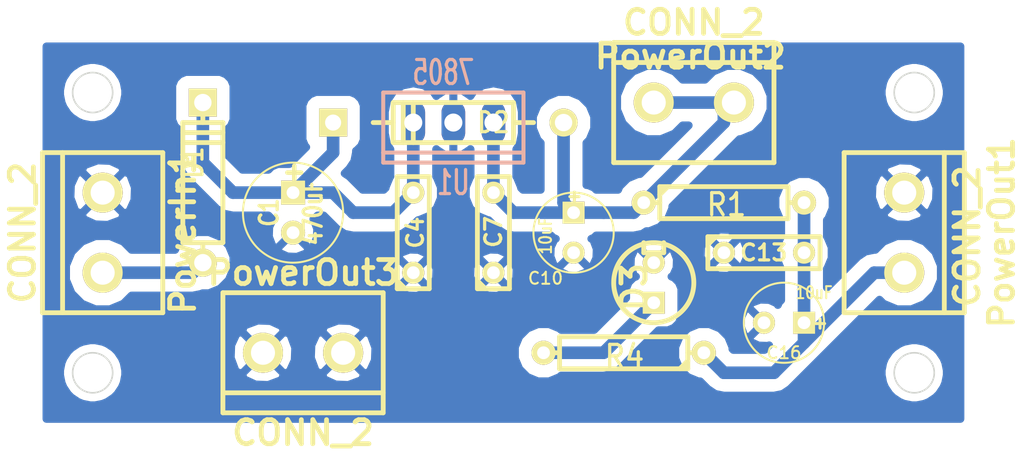
<source format=kicad_pcb>
(kicad_pcb (version 3) (host pcbnew "(22-Jun-2014 BZR 4027)-stable")

  (general
    (links 27)
    (no_connects 0)
    (area 78.2956 29.4006 143.7766 58.8644)
    (thickness 1.6)
    (drawings 4)
    (tracks 35)
    (zones 0)
    (modules 16)
    (nets 7)
  )

  (page A3)
  (layers
    (15 F.Cu signal)
    (0 B.Cu signal)
    (17 F.Adhes user)
    (19 F.Paste user)
    (21 F.SilkS user)
    (23 F.Mask user)
    (28 Edge.Cuts user)
  )

  (setup
    (last_trace_width 0.8)
    (trace_clearance 0.8)
    (zone_clearance 0.508)
    (zone_45_only no)
    (trace_min 0.254)
    (segment_width 0.2)
    (edge_width 0.1)
    (via_size 0.889)
    (via_drill 0.635)
    (via_min_size 0.889)
    (via_min_drill 0.508)
    (uvia_size 0.508)
    (uvia_drill 0.127)
    (uvias_allowed no)
    (uvia_min_size 0.508)
    (uvia_min_drill 0.127)
    (pcb_text_width 0.3)
    (pcb_text_size 1.5 1.5)
    (mod_edge_width 0.15)
    (mod_text_size 1 1)
    (mod_text_width 0.15)
    (pad_size 2.54 2.54)
    (pad_drill 1.524)
    (pad_to_mask_clearance 0.2)
    (solder_mask_min_width 0.3)
    (aux_axis_origin 0 0)
    (visible_elements FFFFFFBF)
    (pcbplotparams
      (layerselection 10485761)
      (usegerberextensions false)
      (excludeedgelayer false)
      (linewidth 0.150000)
      (plotframeref false)
      (viasonmask false)
      (mode 1)
      (useauxorigin false)
      (hpglpennumber 1)
      (hpglpenspeed 20)
      (hpglpendiameter 15)
      (hpglpenoverlay 2)
      (psnegative false)
      (psa4output false)
      (plotreference true)
      (plotvalue true)
      (plotothertext true)
      (plotinvisibletext false)
      (padsonsilk false)
      (subtractmaskfromsilk false)
      (outputformat 1)
      (mirror false)
      (drillshape 0)
      (scaleselection 1)
      (outputdirectory output/))
  )

  (net 0 "")
  (net 1 /AVCC)
  (net 2 /VDC)
  (net 3 AGND)
  (net 4 N-000004)
  (net 5 N-000005)
  (net 6 N-000006)

  (net_class Default "This is the default net class."
    (clearance 0.8)
    (trace_width 0.8)
    (via_dia 0.889)
    (via_drill 0.635)
    (uvia_dia 0.508)
    (uvia_drill 0.127)
    (add_net "")
    (add_net /AVCC)
    (add_net /VDC)
    (add_net AGND)
    (add_net N-000004)
    (add_net N-000005)
    (add_net N-000006)
  )

  (net_class i2c ""
    (clearance 0.5)
    (trace_width 0.5)
    (via_dia 0.889)
    (via_drill 0.635)
    (uvia_dia 0.508)
    (uvia_drill 0.127)
  )

  (module bornier2 (layer F.Cu) (tedit 5592B169) (tstamp 54774D19)
    (at 135.89 44.45 90)
    (descr "Bornier d'alimentation 2 pins")
    (tags DEV)
    (path /547747D9)
    (fp_text reference PowerOut1 (at 0 6.1722 90) (layer F.SilkS)
      (effects (font (size 1.524 1.524) (thickness 0.3048)))
    )
    (fp_text value CONN_2 (at -0.2286 3.9878 90) (layer F.SilkS)
      (effects (font (size 1.524 1.524) (thickness 0.3048)))
    )
    (fp_line (start 5.08 2.54) (end -5.08 2.54) (layer F.SilkS) (width 0.3048))
    (fp_line (start 5.08 3.81) (end 5.08 -3.81) (layer F.SilkS) (width 0.3048))
    (fp_line (start 5.08 -3.81) (end -5.08 -3.81) (layer F.SilkS) (width 0.3048))
    (fp_line (start -5.08 -3.81) (end -5.08 3.81) (layer F.SilkS) (width 0.3048))
    (fp_line (start -5.08 3.81) (end 5.08 3.81) (layer F.SilkS) (width 0.3048))
    (pad 1 thru_hole circle (at -2.54 0 90) (size 2.54 2.54) (drill 1.524)
      (layers *.Cu *.Mask F.SilkS)
      (net 4 N-000004)
    )
    (pad 2 thru_hole circle (at 2.54 0 90) (size 2.54 2.54) (drill 1.524)
      (layers *.Cu *.Mask F.SilkS)
      (net 3 AGND)
    )
    (model device/bornier_2.wrl
      (at (xyz 0 0 0))
      (scale (xyz 1 1 1))
      (rotate (xyz 0 0 0))
    )
  )

  (module C1V7 (layer F.Cu) (tedit 5477C75E) (tstamp 5391F82E)
    (at 97.155 43.18 270)
    (path /5477349B)
    (fp_text reference C1 (at 0 1.524 270) (layer F.SilkS)
      (effects (font (size 1.143 0.889) (thickness 0.2032)))
    )
    (fp_text value 470uF (at 0 -1.27 270) (layer F.SilkS)
      (effects (font (size 1.143 0.889) (thickness 0.2032)))
    )
    (fp_text user + (at -2.54 0 270) (layer F.SilkS)
      (effects (font (size 1.143 1.143) (thickness 0.3048)))
    )
    (fp_circle (center 0 0) (end 3.175 0) (layer F.SilkS) (width 0.127))
    (pad 1 thru_hole rect (at -1.27 0 270) (size 1.524 1.524) (drill 0.8128)
      (layers *.Cu *.Mask F.SilkS)
      (net 5 N-000005)
    )
    (pad 2 thru_hole circle (at 1.27 0 270) (size 1.524 1.524) (drill 0.8128)
      (layers *.Cu *.Mask F.SilkS)
      (net 3 AGND)
    )
    (model discret/c_vert_c1v7.wrl
      (at (xyz 0 0 0))
      (scale (xyz 1 1 1))
      (rotate (xyz 0 0 0))
    )
  )

  (module D4 (layer F.Cu) (tedit 558D569B) (tstamp 5391F770)
    (at 91.44 41.275 90)
    (descr "Diode 4 pas")
    (tags "DIODE DEV")
    (path /5477293E)
    (fp_text reference D1 (at 1.27 -0.635 90) (layer F.SilkS)
      (effects (font (size 1.27 1.016) (thickness 0.2032)))
    )
    (fp_text value DIODE (at 0 0 90) (layer F.SilkS) hide
      (effects (font (size 1.27 1.016) (thickness 0.2032)))
    )
    (fp_line (start -3.81 -1.27) (end 3.81 -1.27) (layer F.SilkS) (width 0.3048))
    (fp_line (start 3.81 -1.27) (end 3.81 1.27) (layer F.SilkS) (width 0.3048))
    (fp_line (start 3.81 1.27) (end -3.81 1.27) (layer F.SilkS) (width 0.3048))
    (fp_line (start -3.81 1.27) (end -3.81 -1.27) (layer F.SilkS) (width 0.3048))
    (fp_line (start 3.175 -1.27) (end 3.175 1.27) (layer F.SilkS) (width 0.3048))
    (fp_line (start 2.54 1.27) (end 2.54 -1.27) (layer F.SilkS) (width 0.3048))
    (fp_line (start -3.81 0) (end -5.08 0) (layer F.SilkS) (width 0.3048))
    (fp_line (start 3.81 0) (end 5.08 0) (layer F.SilkS) (width 0.3048))
    (pad 1 thru_hole circle (at -5.08 0 90) (size 1.778 1.778) (drill 1.1)
      (layers *.Cu *.Mask F.SilkS)
      (net 2 /VDC)
    )
    (pad 2 thru_hole rect (at 5.08 0 90) (size 1.778 1.778) (drill 1.1)
      (layers *.Cu *.Mask F.SilkS)
      (net 5 N-000005)
    )
    (model discret/diode.wrl
      (at (xyz 0 0 0))
      (scale (xyz 0.4 0.4 0.4))
      (rotate (xyz 0 0 0))
    )
  )

  (module D4 (layer F.Cu) (tedit 5486278E) (tstamp 54793325)
    (at 107.315 37.465 180)
    (descr "Diode 4 pas")
    (tags "DIODE DEV")
    (path /5477284F)
    (fp_text reference D2 (at -2.54 0 180) (layer F.SilkS)
      (effects (font (size 1.27 1.016) (thickness 0.2032)))
    )
    (fp_text value DIODE (at 0 0 180) (layer F.SilkS) hide
      (effects (font (size 1.27 1.016) (thickness 0.2032)))
    )
    (fp_line (start -3.81 -1.27) (end 3.81 -1.27) (layer F.SilkS) (width 0.3048))
    (fp_line (start 3.81 -1.27) (end 3.81 1.27) (layer F.SilkS) (width 0.3048))
    (fp_line (start 3.81 1.27) (end -3.81 1.27) (layer F.SilkS) (width 0.3048))
    (fp_line (start -3.81 1.27) (end -3.81 -1.27) (layer F.SilkS) (width 0.3048))
    (fp_line (start 3.175 -1.27) (end 3.175 1.27) (layer F.SilkS) (width 0.3048))
    (fp_line (start 2.54 1.27) (end 2.54 -1.27) (layer F.SilkS) (width 0.3048))
    (fp_line (start -3.81 0) (end -5.08 0) (layer F.SilkS) (width 0.3048))
    (fp_line (start 3.81 0) (end 5.08 0) (layer F.SilkS) (width 0.3048))
    (pad 1 thru_hole circle (at -6.985 0 180) (size 1.778 1.778) (drill 1.1)
      (layers *.Cu *.Mask F.SilkS)
      (net 1 /AVCC)
    )
    (pad 2 thru_hole rect (at 7.62 0 180) (size 1.778 1.778) (drill 1.016)
      (layers *.Cu *.Mask F.SilkS)
      (net 5 N-000005)
    )
    (model discret/diode.wrl
      (at (xyz 0 0 0))
      (scale (xyz 0.4 0.4 0.4))
      (rotate (xyz 0 0 0))
    )
  )

  (module bornier2 (layer F.Cu) (tedit 558D6D8E) (tstamp 547936B0)
    (at 85.09 44.45 270)
    (descr "Bornier d'alimentation 2 pins")
    (tags DEV)
    (path /5477349A)
    (fp_text reference PowerIn1 (at 0 -5.08 270) (layer F.SilkS)
      (effects (font (size 1.524 1.524) (thickness 0.3048)))
    )
    (fp_text value CONN_2 (at 0 5.08 270) (layer F.SilkS)
      (effects (font (size 1.524 1.524) (thickness 0.3048)))
    )
    (fp_line (start 5.08 2.54) (end -5.08 2.54) (layer F.SilkS) (width 0.3048))
    (fp_line (start 5.08 3.81) (end 5.08 -3.81) (layer F.SilkS) (width 0.3048))
    (fp_line (start 5.08 -3.81) (end -5.08 -3.81) (layer F.SilkS) (width 0.3048))
    (fp_line (start -5.08 -3.81) (end -5.08 3.81) (layer F.SilkS) (width 0.3048))
    (fp_line (start -5.08 3.81) (end 5.08 3.81) (layer F.SilkS) (width 0.3048))
    (pad 1 thru_hole circle (at -2.54 0 270) (size 2.54 2.54) (drill 1.524)
      (layers *.Cu *.Mask F.SilkS)
      (net 3 AGND)
    )
    (pad 2 thru_hole circle (at 2.54 0 270) (size 2.54 2.54) (drill 1.524)
      (layers *.Cu *.Mask F.SilkS)
      (net 2 /VDC)
    )
    (model device/bornier_2.wrl
      (at (xyz 0 0 0))
      (scale (xyz 1 1 1))
      (rotate (xyz 0 0 0))
    )
  )

  (module LEDV (layer F.Cu) (tedit 5592B14C) (tstamp 5477273B)
    (at 120.015 47.625 90)
    (descr "Led verticale diam 6mm")
    (tags "LED DEV")
    (path /54773479)
    (fp_text reference D3 (at -0.2794 -1.2446 90) (layer F.SilkS)
      (effects (font (size 1.524 1.524) (thickness 0.3048)))
    )
    (fp_text value LED (at 0 -3.81 90) (layer F.SilkS) hide
      (effects (font (size 1.524 1.524) (thickness 0.3048)))
    )
    (fp_circle (center 0 0) (end -2.54 0) (layer F.SilkS) (width 0.3048))
    (fp_line (start 2.54 -0.635) (end 1.905 -0.635) (layer F.SilkS) (width 0.3048))
    (fp_line (start 1.905 -0.635) (end 1.905 0.635) (layer F.SilkS) (width 0.3048))
    (fp_line (start 1.905 0.635) (end 2.54 0.635) (layer F.SilkS) (width 0.3048))
    (pad 1 thru_hole rect (at -1.27 0 90) (size 1.397 1.397) (drill 0.8128)
      (layers *.Cu *.Mask F.SilkS)
      (net 6 N-000006)
    )
    (pad 2 thru_hole circle (at 1.27 0 90) (size 1.397 1.397) (drill 0.8128)
      (layers *.Cu *.Mask F.SilkS)
      (net 3 AGND)
    )
    (model discret/led5_vertical.wrl
      (at (xyz 0 0 0))
      (scale (xyz 1 1 1))
      (rotate (xyz 0 0 0))
    )
  )

  (module LM78XXV (layer B.Cu) (tedit 558D52EB) (tstamp 54790B00)
    (at 107.315 37.465 270)
    (descr "Regulateur TO220 serie LM78xx")
    (tags "TR TO220")
    (path /5477349D)
    (fp_text reference U1 (at 3.81 0 540) (layer B.SilkS)
      (effects (font (size 1.524 1.016) (thickness 0.2032)) (justify mirror))
    )
    (fp_text value 7805 (at -3.175 0.635 540) (layer B.SilkS)
      (effects (font (size 1.524 1.016) (thickness 0.2032)) (justify mirror))
    )
    (fp_line (start 1.905 4.445) (end 2.54 4.445) (layer B.SilkS) (width 0.254))
    (fp_line (start 2.54 4.445) (end 2.54 -4.445) (layer B.SilkS) (width 0.254))
    (fp_line (start 2.54 -4.445) (end 1.905 -4.445) (layer B.SilkS) (width 0.254))
    (fp_line (start -1.905 4.445) (end 1.905 4.445) (layer B.SilkS) (width 0.254))
    (fp_line (start 1.905 4.445) (end 1.905 -4.445) (layer B.SilkS) (width 0.254))
    (fp_line (start 1.905 -4.445) (end -1.905 -4.445) (layer B.SilkS) (width 0.254))
    (fp_line (start -1.905 -4.445) (end -1.905 4.445) (layer B.SilkS) (width 0.254))
    (pad VI thru_hole oval (at 0 2.54 270) (size 2.778 1.5) (drill 1.143)
      (layers *.Cu *.Mask)
      (net 5 N-000005)
    )
    (pad GND thru_hole oval (at 0 0 270) (size 2.778 1.5) (drill 1.143)
      (layers *.Cu *.Mask)
      (net 3 AGND)
    )
    (pad VO thru_hole oval (at 0 -2.54 270) (size 2.778 1.5) (drill 1.143)
      (layers *.Cu *.Mask)
      (net 1 /AVCC)
    )
  )

  (module C1V5 (layer F.Cu) (tedit 5592B149) (tstamp 5479332E)
    (at 114.935 44.45 270)
    (descr "Condensateur e = 1 pas")
    (tags C)
    (path /547734A1)
    (fp_text reference C10 (at 2.8956 1.778 360) (layer F.SilkS)
      (effects (font (size 0.762 0.762) (thickness 0.127)))
    )
    (fp_text value 10uF (at 0.2032 1.778 270) (layer F.SilkS)
      (effects (font (size 0.762 0.635) (thickness 0.127)))
    )
    (fp_text user + (at -2.286 0 270) (layer F.SilkS)
      (effects (font (size 0.762 0.762) (thickness 0.2032)))
    )
    (fp_circle (center 0 0) (end 0.127 -2.54) (layer F.SilkS) (width 0.127))
    (pad 1 thru_hole rect (at -1.27 0 270) (size 1.397 1.397) (drill 0.8128)
      (layers *.Cu *.Mask F.SilkS)
      (net 1 /AVCC)
    )
    (pad 2 thru_hole circle (at 1.27 0 270) (size 1.397 1.397) (drill 0.8128)
      (layers *.Cu *.Mask F.SilkS)
      (net 3 AGND)
    )
    (model discret/c_vert_c1v5.wrl
      (at (xyz 0 0 0))
      (scale (xyz 1 1 1))
      (rotate (xyz 0 0 0))
    )
  )

  (module C1V5 (layer F.Cu) (tedit 558D55EF) (tstamp 5391F7C0)
    (at 128.27 50.165 180)
    (descr "Condensateur e = 1 pas")
    (tags C)
    (path /5477349F)
    (fp_text reference C16 (at 0 -1.905 180) (layer F.SilkS)
      (effects (font (size 0.762 0.762) (thickness 0.127)))
    )
    (fp_text value 10uF (at -1.905 1.905 180) (layer F.SilkS)
      (effects (font (size 0.762 0.635) (thickness 0.127)))
    )
    (fp_text user + (at -2.286 0 180) (layer F.SilkS)
      (effects (font (size 0.762 0.762) (thickness 0.2032)))
    )
    (fp_circle (center 0 0) (end 0.127 -2.54) (layer F.SilkS) (width 0.127))
    (pad 1 thru_hole rect (at -1.27 0 180) (size 1.397 1.397) (drill 0.8128)
      (layers *.Cu *.Mask F.SilkS)
      (net 4 N-000004)
    )
    (pad 2 thru_hole circle (at 1.27 0 180) (size 1.397 1.397) (drill 0.8128)
      (layers *.Cu *.Mask F.SilkS)
      (net 3 AGND)
    )
    (model discret/c_vert_c1v5.wrl
      (at (xyz 0 0 0))
      (scale (xyz 1 1 1))
      (rotate (xyz 0 0 0))
    )
  )

  (module R4 (layer F.Cu) (tedit 5592B14E) (tstamp 5391FAD5)
    (at 118.11 52.07 180)
    (descr "Resitance 4 pas")
    (tags R)
    (path /54773478)
    (autoplace_cost180 10)
    (fp_text reference R4 (at -0.0508 -0.2286 180) (layer F.SilkS)
      (effects (font (size 1.397 1.27) (thickness 0.2032)))
    )
    (fp_text value 680R (at 0 0 180) (layer F.SilkS) hide
      (effects (font (size 1.397 1.27) (thickness 0.2032)))
    )
    (fp_line (start -5.08 0) (end -4.064 0) (layer F.SilkS) (width 0.3048))
    (fp_line (start -4.064 0) (end -4.064 -1.016) (layer F.SilkS) (width 0.3048))
    (fp_line (start -4.064 -1.016) (end 4.064 -1.016) (layer F.SilkS) (width 0.3048))
    (fp_line (start 4.064 -1.016) (end 4.064 1.016) (layer F.SilkS) (width 0.3048))
    (fp_line (start 4.064 1.016) (end -4.064 1.016) (layer F.SilkS) (width 0.3048))
    (fp_line (start -4.064 1.016) (end -4.064 0) (layer F.SilkS) (width 0.3048))
    (fp_line (start -4.064 -0.508) (end -3.556 -1.016) (layer F.SilkS) (width 0.3048))
    (fp_line (start 5.08 0) (end 4.064 0) (layer F.SilkS) (width 0.3048))
    (pad 1 thru_hole circle (at -5.08 0 180) (size 1.524 1.524) (drill 0.8128)
      (layers *.Cu *.Mask F.SilkS)
      (net 4 N-000004)
    )
    (pad 2 thru_hole circle (at 5.08 0 180) (size 1.524 1.524) (drill 0.8128)
      (layers *.Cu *.Mask F.SilkS)
      (net 6 N-000006)
    )
    (model discret/resistor.wrl
      (at (xyz 0 0 0))
      (scale (xyz 0.4 0.4 0.4))
      (rotate (xyz 0 0 0))
    )
  )

  (module R4 (layer F.Cu) (tedit 5592B184) (tstamp 5391F708)
    (at 124.46 42.545)
    (descr "Resitance 4 pas")
    (tags R)
    (path /54772B42)
    (autoplace_cost180 10)
    (fp_text reference R1 (at 0.1651 0.127) (layer F.SilkS)
      (effects (font (size 1.397 1.27) (thickness 0.2032)))
    )
    (fp_text value FB (at 0 0) (layer F.SilkS) hide
      (effects (font (size 1.397 1.27) (thickness 0.2032)))
    )
    (fp_line (start -5.08 0) (end -4.064 0) (layer F.SilkS) (width 0.3048))
    (fp_line (start -4.064 0) (end -4.064 -1.016) (layer F.SilkS) (width 0.3048))
    (fp_line (start -4.064 -1.016) (end 4.064 -1.016) (layer F.SilkS) (width 0.3048))
    (fp_line (start 4.064 -1.016) (end 4.064 1.016) (layer F.SilkS) (width 0.3048))
    (fp_line (start 4.064 1.016) (end -4.064 1.016) (layer F.SilkS) (width 0.3048))
    (fp_line (start -4.064 1.016) (end -4.064 0) (layer F.SilkS) (width 0.3048))
    (fp_line (start -4.064 -0.508) (end -3.556 -1.016) (layer F.SilkS) (width 0.3048))
    (fp_line (start 5.08 0) (end 4.064 0) (layer F.SilkS) (width 0.3048))
    (pad 1 thru_hole circle (at -5.08 0) (size 1.524 1.524) (drill 0.8128)
      (layers *.Cu *.Mask F.SilkS)
      (net 1 /AVCC)
    )
    (pad 2 thru_hole circle (at 5.08 0) (size 1.524 1.524) (drill 0.8128)
      (layers *.Cu *.Mask F.SilkS)
      (net 4 N-000004)
    )
    (model discret/resistor.wrl
      (at (xyz 0 0 0))
      (scale (xyz 0.4 0.4 0.4))
      (rotate (xyz 0 0 0))
    )
  )

  (module C2 (layer F.Cu) (tedit 5592B144) (tstamp 5479330A)
    (at 109.855 44.45 90)
    (descr "Condensateur = 2 pas")
    (tags C)
    (path /547734A2)
    (fp_text reference C7 (at 0.0508 0 90) (layer F.SilkS)
      (effects (font (size 1.016 1.016) (thickness 0.2032)))
    )
    (fp_text value 100nF (at 0 0 90) (layer F.SilkS) hide
      (effects (font (size 1.016 1.016) (thickness 0.2032)))
    )
    (fp_line (start -3.556 -1.016) (end 3.556 -1.016) (layer F.SilkS) (width 0.3048))
    (fp_line (start 3.556 -1.016) (end 3.556 1.016) (layer F.SilkS) (width 0.3048))
    (fp_line (start 3.556 1.016) (end -3.556 1.016) (layer F.SilkS) (width 0.3048))
    (fp_line (start -3.556 1.016) (end -3.556 -1.016) (layer F.SilkS) (width 0.3048))
    (fp_line (start -3.556 -0.508) (end -3.048 -1.016) (layer F.SilkS) (width 0.3048))
    (pad 1 thru_hole circle (at -2.54 0 90) (size 1.397 1.397) (drill 0.8128)
      (layers *.Cu *.Mask F.SilkS)
      (net 3 AGND)
    )
    (pad 2 thru_hole circle (at 2.54 0 90) (size 1.397 1.397) (drill 0.8128)
      (layers *.Cu *.Mask F.SilkS)
      (net 1 /AVCC)
    )
    (model discret/capa_2pas_5x5mm.wrl
      (at (xyz 0 0 0))
      (scale (xyz 1 1 1))
      (rotate (xyz 0 0 0))
    )
  )

  (module C2 (layer F.Cu) (tedit 5592B187) (tstamp 5391F844)
    (at 127 45.72)
    (descr "Condensateur = 2 pas")
    (tags C)
    (path /54772D2C)
    (fp_text reference C13 (at -0.0127 0) (layer F.SilkS)
      (effects (font (size 1.016 1.016) (thickness 0.2032)))
    )
    (fp_text value 100nF (at 0 0) (layer F.SilkS) hide
      (effects (font (size 1.016 1.016) (thickness 0.2032)))
    )
    (fp_line (start -3.556 -1.016) (end 3.556 -1.016) (layer F.SilkS) (width 0.3048))
    (fp_line (start 3.556 -1.016) (end 3.556 1.016) (layer F.SilkS) (width 0.3048))
    (fp_line (start 3.556 1.016) (end -3.556 1.016) (layer F.SilkS) (width 0.3048))
    (fp_line (start -3.556 1.016) (end -3.556 -1.016) (layer F.SilkS) (width 0.3048))
    (fp_line (start -3.556 -0.508) (end -3.048 -1.016) (layer F.SilkS) (width 0.3048))
    (pad 1 thru_hole circle (at -2.54 0) (size 1.397 1.397) (drill 0.8128)
      (layers *.Cu *.Mask F.SilkS)
      (net 3 AGND)
    )
    (pad 2 thru_hole circle (at 2.54 0) (size 1.397 1.397) (drill 0.8128)
      (layers *.Cu *.Mask F.SilkS)
      (net 4 N-000004)
    )
    (model discret/capa_2pas_5x5mm.wrl
      (at (xyz 0 0 0))
      (scale (xyz 1 1 1))
      (rotate (xyz 0 0 0))
    )
  )

  (module C2 (layer F.Cu) (tedit 5592B146) (tstamp 54793316)
    (at 104.775 44.45 90)
    (descr "Condensateur = 2 pas")
    (tags C)
    (path /547734A0)
    (fp_text reference C4 (at 0 0.127 90) (layer F.SilkS)
      (effects (font (size 1.016 1.016) (thickness 0.2032)))
    )
    (fp_text value 100nF (at 0 0 90) (layer F.SilkS) hide
      (effects (font (size 1.016 1.016) (thickness 0.2032)))
    )
    (fp_line (start -3.556 -1.016) (end 3.556 -1.016) (layer F.SilkS) (width 0.3048))
    (fp_line (start 3.556 -1.016) (end 3.556 1.016) (layer F.SilkS) (width 0.3048))
    (fp_line (start 3.556 1.016) (end -3.556 1.016) (layer F.SilkS) (width 0.3048))
    (fp_line (start -3.556 1.016) (end -3.556 -1.016) (layer F.SilkS) (width 0.3048))
    (fp_line (start -3.556 -0.508) (end -3.048 -1.016) (layer F.SilkS) (width 0.3048))
    (pad 1 thru_hole circle (at -2.54 0 90) (size 1.397 1.397) (drill 0.8128)
      (layers *.Cu *.Mask F.SilkS)
      (net 3 AGND)
    )
    (pad 2 thru_hole circle (at 2.54 0 90) (size 1.397 1.397) (drill 0.8128)
      (layers *.Cu *.Mask F.SilkS)
      (net 5 N-000005)
    )
    (model discret/capa_2pas_5x5mm.wrl
      (at (xyz 0 0 0))
      (scale (xyz 1 1 1))
      (rotate (xyz 0 0 0))
    )
  )

  (module bornier2 (layer F.Cu) (tedit 5592B181) (tstamp 54839F1A)
    (at 122.555 36.195 180)
    (descr "Bornier d'alimentation 2 pins")
    (tags DEV)
    (path /54839FB8)
    (fp_text reference PowerOut2 (at 0.2159 2.9337 180) (layer F.SilkS)
      (effects (font (size 1.524 1.524) (thickness 0.3048)))
    )
    (fp_text value CONN_2 (at 0 5.08 180) (layer F.SilkS)
      (effects (font (size 1.524 1.524) (thickness 0.3048)))
    )
    (fp_line (start 5.08 2.54) (end -5.08 2.54) (layer F.SilkS) (width 0.3048))
    (fp_line (start 5.08 3.81) (end 5.08 -3.81) (layer F.SilkS) (width 0.3048))
    (fp_line (start 5.08 -3.81) (end -5.08 -3.81) (layer F.SilkS) (width 0.3048))
    (fp_line (start -5.08 -3.81) (end -5.08 3.81) (layer F.SilkS) (width 0.3048))
    (fp_line (start -5.08 3.81) (end 5.08 3.81) (layer F.SilkS) (width 0.3048))
    (pad 1 thru_hole circle (at -2.54 0 180) (size 2.54 2.54) (drill 1.524)
      (layers *.Cu *.Mask F.SilkS)
      (net 1 /AVCC)
    )
    (pad 2 thru_hole circle (at 2.54 0 180) (size 2.54 2.54) (drill 1.524)
      (layers *.Cu *.Mask F.SilkS)
      (net 1 /AVCC)
    )
    (model device/bornier_2.wrl
      (at (xyz 0 0 0))
      (scale (xyz 1 1 1))
      (rotate (xyz 0 0 0))
    )
  )

  (module bornier2 (layer F.Cu) (tedit 5483A1E1) (tstamp 54839F25)
    (at 97.79 52.07)
    (descr "Bornier d'alimentation 2 pins")
    (tags DEV)
    (path /5483A362)
    (fp_text reference PowerOut3 (at 0 -5.08) (layer F.SilkS)
      (effects (font (size 1.524 1.524) (thickness 0.3048)))
    )
    (fp_text value CONN_2 (at 0 5.08) (layer F.SilkS)
      (effects (font (size 1.524 1.524) (thickness 0.3048)))
    )
    (fp_line (start 5.08 2.54) (end -5.08 2.54) (layer F.SilkS) (width 0.3048))
    (fp_line (start 5.08 3.81) (end 5.08 -3.81) (layer F.SilkS) (width 0.3048))
    (fp_line (start 5.08 -3.81) (end -5.08 -3.81) (layer F.SilkS) (width 0.3048))
    (fp_line (start -5.08 -3.81) (end -5.08 3.81) (layer F.SilkS) (width 0.3048))
    (fp_line (start -5.08 3.81) (end 5.08 3.81) (layer F.SilkS) (width 0.3048))
    (pad 1 thru_hole circle (at -2.54 0) (size 2.54 2.54) (drill 1.524)
      (layers *.Cu *.Mask F.SilkS)
      (net 3 AGND)
    )
    (pad 2 thru_hole circle (at 2.54 0) (size 2.54 2.54) (drill 1.524)
      (layers *.Cu *.Mask F.SilkS)
      (net 3 AGND)
    )
    (model device/bornier_2.wrl
      (at (xyz 0 0 0))
      (scale (xyz 1 1 1))
      (rotate (xyz 0 0 0))
    )
  )

  (gr_circle (center 136.525 35.56) (end 137.795 35.56) (layer Edge.Cuts) (width 0.1))
  (gr_circle (center 84.455 35.56) (end 85.725 35.56) (layer Edge.Cuts) (width 0.1))
  (gr_circle (center 84.455 53.34) (end 85.725 53.34) (layer Edge.Cuts) (width 0.1))
  (gr_circle (center 136.525 53.34) (end 137.795 53.34) (layer Edge.Cuts) (width 0.1))

  (segment (start 114.3 37.465) (end 114.3 42.545) (width 0.8) (layer B.Cu) (net 1))
  (segment (start 114.3 42.545) (end 114.935 43.18) (width 0.8) (layer B.Cu) (net 1) (tstamp 558D6D69))
  (segment (start 125.095 36.195) (end 120.015 36.195) (width 0.8) (layer B.Cu) (net 1))
  (segment (start 119.38 42.545) (end 124.46 37.465) (width 0.8) (layer B.Cu) (net 1))
  (segment (start 124.46 36.83) (end 125.095 36.195) (width 0.8) (layer B.Cu) (net 1) (tstamp 558D5822))
  (segment (start 124.46 37.465) (end 124.46 36.83) (width 0.8) (layer B.Cu) (net 1) (tstamp 558D5821))
  (segment (start 116.84 43.18) (end 118.745 43.18) (width 0.8) (layer B.Cu) (net 1))
  (segment (start 118.745 43.18) (end 119.38 42.545) (width 0.8) (layer B.Cu) (net 1) (tstamp 558D581E))
  (segment (start 116.84 43.18) (end 114.935 43.18) (width 0.8) (layer B.Cu) (net 1) (tstamp 558D581B))
  (segment (start 114.935 43.18) (end 111.125 43.18) (width 0.8) (layer B.Cu) (net 1))
  (segment (start 111.125 43.18) (end 109.855 41.91) (width 0.8) (layer B.Cu) (net 1) (tstamp 558D568F))
  (segment (start 109.855 39.37) (end 109.855 41.91) (width 0.8) (layer B.Cu) (net 1))
  (segment (start 109.855 37.465) (end 109.855 39.37) (width 0.8) (layer B.Cu) (net 1))
  (segment (start 85.09 46.99) (end 90.805 46.99) (width 0.8) (layer B.Cu) (net 2))
  (segment (start 90.805 46.99) (end 91.44 46.355) (width 0.8) (layer B.Cu) (net 2) (tstamp 558D5843))
  (segment (start 129.54 51.435) (end 133.985 46.99) (width 0.8) (layer B.Cu) (net 4))
  (segment (start 133.985 46.99) (end 135.89 46.99) (width 0.8) (layer B.Cu) (net 4) (tstamp 558D585F))
  (segment (start 129.54 51.435) (end 129.54 50.165) (width 0.8) (layer B.Cu) (net 4) (tstamp 558D582F))
  (segment (start 127.635 53.34) (end 129.54 51.435) (width 0.8) (layer B.Cu) (net 4) (tstamp 558D582E))
  (segment (start 124.46 53.34) (end 127.635 53.34) (width 0.8) (layer B.Cu) (net 4) (tstamp 558D582D))
  (segment (start 123.19 52.07) (end 124.46 53.34) (width 0.8) (layer B.Cu) (net 4) (tstamp 558D582C))
  (segment (start 129.54 45.72) (end 129.54 50.165) (width 0.8) (layer B.Cu) (net 4))
  (segment (start 129.54 42.545) (end 129.54 45.72) (width 0.8) (layer B.Cu) (net 4))
  (segment (start 99.695 37.465) (end 99.695 39.37) (width 0.8) (layer B.Cu) (net 5))
  (segment (start 99.695 39.37) (end 97.155 41.91) (width 0.8) (layer B.Cu) (net 5) (tstamp 558D57CC))
  (segment (start 91.44 36.195) (end 91.44 40.005) (width 0.8) (layer B.Cu) (net 5))
  (segment (start 93.345 41.91) (end 97.155 41.91) (width 0.8) (layer B.Cu) (net 5) (tstamp 558D57C8))
  (segment (start 91.44 40.005) (end 93.345 41.91) (width 0.8) (layer B.Cu) (net 5) (tstamp 558D57C7))
  (segment (start 104.775 41.91) (end 103.505 43.18) (width 0.8) (layer B.Cu) (net 5))
  (segment (start 99.695 41.91) (end 97.155 41.91) (width 0.8) (layer B.Cu) (net 5) (tstamp 558D57C0))
  (segment (start 100.965 43.18) (end 99.695 41.91) (width 0.8) (layer B.Cu) (net 5) (tstamp 558D57BF))
  (segment (start 103.505 43.18) (end 100.965 43.18) (width 0.8) (layer B.Cu) (net 5) (tstamp 558D57BE))
  (segment (start 104.775 37.465) (end 104.775 41.91) (width 0.8) (layer B.Cu) (net 5))
  (segment (start 113.03 52.07) (end 116.84 52.07) (width 0.8) (layer B.Cu) (net 6))
  (segment (start 116.84 52.07) (end 120.015 48.895) (width 0.8) (layer B.Cu) (net 6) (tstamp 558D58A8))

  (zone (net 3) (net_name AGND) (layer B.Cu) (tstamp 558D4AFE) (hatch edge 0.508)
    (connect_pads (clearance 0.508))
    (min_thickness 0.5)
    (fill (arc_segments 16) (thermal_gap 0.508) (thermal_bridge_width 0.508))
    (polygon
      (pts
        (xy 139.7 56.515) (xy 81.28 56.515) (xy 81.28 32.385) (xy 139.7 32.385)
      )
    )
    (filled_polygon
      (pts
        (xy 139.45 56.265) (xy 138.587188 56.265) (xy 138.587188 53.496858) (xy 138.587051 53.34) (xy 138.587188 53.183142)
        (xy 138.587188 35.716858) (xy 138.587051 35.56) (xy 138.587188 35.403142) (xy 138.586913 35.401753) (xy 138.586913 35.401592)
        (xy 138.586852 35.401445) (xy 138.490939 34.917051) (xy 138.370546 34.625678) (xy 138.368981 34.62411) (xy 138.09549 34.214027)
        (xy 138.094701 34.212127) (xy 137.87158 33.989396) (xy 137.460857 33.715478) (xy 137.459406 33.714029) (xy 137.168033 33.593637)
        (xy 136.681941 33.497388) (xy 136.366676 33.497663) (xy 136.364653 33.498502) (xy 135.882051 33.594061) (xy 135.590678 33.714454)
        (xy 135.58911 33.716018) (xy 135.179027 33.989509) (xy 135.177127 33.990299) (xy 134.954396 34.21342) (xy 134.680478 34.624142)
        (xy 134.679029 34.625594) (xy 134.558637 34.916967) (xy 134.462388 35.403059) (xy 134.462524 35.56) (xy 134.462388 35.716941)
        (xy 134.558637 36.203033) (xy 134.679029 36.494406) (xy 134.680478 36.495857) (xy 134.954396 36.90658) (xy 135.177127 37.129701)
        (xy 135.179027 37.13049) (xy 135.58911 37.403981) (xy 135.590678 37.405546) (xy 135.882051 37.525939) (xy 136.364653 37.621497)
        (xy 136.366676 37.622337) (xy 136.681941 37.622612) (xy 137.168033 37.526363) (xy 137.459406 37.405971) (xy 137.460857 37.404521)
        (xy 137.87158 37.130604) (xy 138.094701 36.907873) (xy 138.09549 36.905972) (xy 138.368981 36.495889) (xy 138.370546 36.494322)
        (xy 138.490939 36.202949) (xy 138.586852 35.718554) (xy 138.586913 35.718408) (xy 138.586913 35.718246) (xy 138.587188 35.716858)
        (xy 138.587188 53.183142) (xy 138.586913 53.181753) (xy 138.586913 53.181592) (xy 138.586852 53.181445) (xy 138.490939 52.697051)
        (xy 138.370546 52.405678) (xy 138.368981 52.40411) (xy 138.210401 52.166329) (xy 138.210401 46.530548) (xy 137.931643 45.855901)
        (xy 137.931643 41.582586) (xy 137.650936 40.826206) (xy 137.565176 40.697857) (xy 137.220934 40.584723) (xy 137.215277 40.59038)
        (xy 137.215277 40.579066) (xy 137.102143 40.234824) (xy 136.368812 39.898472) (xy 135.562586 39.868357) (xy 134.806206 40.149064)
        (xy 134.677857 40.234824) (xy 134.564723 40.579066) (xy 135.89 41.904343) (xy 137.215277 40.579066) (xy 137.215277 40.59038)
        (xy 135.895657 41.91) (xy 137.220934 43.235277) (xy 137.565176 43.122143) (xy 137.901528 42.388812) (xy 137.931643 41.582586)
        (xy 137.931643 45.855901) (xy 137.857947 45.677543) (xy 137.215277 45.03375) (xy 137.215277 43.240934) (xy 135.89 41.915657)
        (xy 135.884343 41.921314) (xy 135.884343 41.91) (xy 134.559066 40.584723) (xy 134.214824 40.697857) (xy 133.878472 41.431188)
        (xy 133.848357 42.237414) (xy 134.129064 42.993794) (xy 134.214824 43.122143) (xy 134.559066 43.235277) (xy 135.884343 41.91)
        (xy 135.884343 41.921314) (xy 134.564723 43.240934) (xy 134.677857 43.585176) (xy 135.411188 43.921528) (xy 136.217414 43.951643)
        (xy 136.973794 43.670936) (xy 137.102143 43.585176) (xy 137.215277 43.240934) (xy 137.215277 45.03375) (xy 137.20589 45.024347)
        (xy 136.353501 44.670404) (xy 135.430548 44.669599) (xy 134.577543 45.022053) (xy 134.058691 45.54) (xy 133.985 45.54)
        (xy 133.430109 45.650375) (xy 132.959695 45.964695) (xy 130.99 47.93439) (xy 130.99 46.743126) (xy 131.021442 46.711739)
        (xy 131.288196 46.069324) (xy 131.288803 45.373728) (xy 131.02317 44.730848) (xy 130.99 44.69762) (xy 130.99 43.65785)
        (xy 131.075243 43.572756) (xy 131.351685 42.90701) (xy 131.352314 42.186152) (xy 131.077034 41.519925) (xy 130.567756 41.009757)
        (xy 129.90201 40.733315) (xy 129.181152 40.732686) (xy 128.514925 41.007966) (xy 128.004757 41.517244) (xy 127.728315 42.18299)
        (xy 127.727686 42.903848) (xy 128.002966 43.570075) (xy 128.09 43.657261) (xy 128.09 44.696873) (xy 128.058558 44.728261)
        (xy 127.791804 45.370676) (xy 127.791197 46.066272) (xy 128.05683 46.709152) (xy 128.09 46.742379) (xy 128.09 48.73306)
        (xy 127.951873 48.870946) (xy 127.881692 49.039959) (xy 127.869642 48.961236) (xy 127.415401 48.753309) (xy 127.415401 35.735548)
        (xy 127.062947 34.882543) (xy 126.41089 34.229347) (xy 125.558501 33.875404) (xy 124.635548 33.874599) (xy 123.782543 34.227053)
        (xy 123.263691 34.745) (xy 121.845643 34.745) (xy 121.33089 34.229347) (xy 120.478501 33.875404) (xy 119.555548 33.874599)
        (xy 118.702543 34.227053) (xy 118.049347 34.87911) (xy 117.695404 35.731499) (xy 117.694599 36.654452) (xy 118.047053 37.507457)
        (xy 118.69911 38.160653) (xy 119.551499 38.514596) (xy 120.474452 38.515401) (xy 121.327457 38.162947) (xy 121.846308 37.645)
        (xy 122.22939 37.645) (xy 119.141599 40.732791) (xy 119.021152 40.732686) (xy 118.354925 41.007966) (xy 117.844757 41.517244)
        (xy 117.756412 41.73) (xy 116.84 41.73) (xy 116.366939 41.73) (xy 116.229054 41.591873) (xy 115.843274 41.431684)
        (xy 115.75 41.431602) (xy 115.75 38.757297) (xy 115.942845 38.564789) (xy 116.238662 37.852383) (xy 116.239336 37.081001)
        (xy 115.944762 36.36808) (xy 115.399789 35.822155) (xy 114.687383 35.526338) (xy 113.916001 35.525664) (xy 113.20308 35.820238)
        (xy 112.657155 36.365211) (xy 112.361338 37.077617) (xy 112.360664 37.848999) (xy 112.655238 38.56192) (xy 112.85 38.757022)
        (xy 112.85 41.73) (xy 111.72561 41.73) (xy 111.603764 41.608154) (xy 111.603803 41.563728) (xy 111.33817 40.920848)
        (xy 111.305 40.88762) (xy 111.305 39.37) (xy 111.305 39.159363) (xy 111.517983 38.840612) (xy 111.655 38.151782)
        (xy 111.655 36.778218) (xy 111.517983 36.089388) (xy 111.127792 35.505426) (xy 110.54383 35.115235) (xy 109.855 34.978218)
        (xy 109.16617 35.115235) (xy 108.582208 35.505426) (xy 108.396399 35.783507) (xy 108.378489 35.756855) (xy 107.888392 35.431259)
        (xy 107.554853 35.337198) (xy 107.319 35.507507) (xy 107.319 37.461) (xy 107.339 37.461) (xy 107.339 37.469)
        (xy 107.319 37.469) (xy 107.319 39.422493) (xy 107.554853 39.592802) (xy 107.888392 39.498741) (xy 108.378489 39.173145)
        (xy 108.396399 39.146492) (xy 108.405 39.159363) (xy 108.405 39.37) (xy 108.405 40.886873) (xy 108.373558 40.918261)
        (xy 108.106804 41.560676) (xy 108.106197 42.256272) (xy 108.37183 42.899152) (xy 108.863261 43.391442) (xy 109.505676 43.658196)
        (xy 109.552626 43.658236) (xy 110.099695 44.205305) (xy 110.570109 44.519625) (xy 111.125 44.63) (xy 113.50306 44.63)
        (xy 113.640946 44.768127) (xy 113.809959 44.838307) (xy 113.731236 44.850358) (xy 113.49007 45.377216) (xy 113.468881 45.95626)
        (xy 113.670895 46.499336) (xy 113.731236 46.589642) (xy 114.016096 46.633247) (xy 114.929343 45.72) (xy 114.915201 45.705858)
        (xy 114.920858 45.700201) (xy 114.935 45.714343) (xy 114.949141 45.7002) (xy 114.954799 45.705858) (xy 114.940657 45.72)
        (xy 115.853904 46.633247) (xy 116.138764 46.589642) (xy 116.37993 46.062784) (xy 116.401119 45.48374) (xy 116.199105 44.940664)
        (xy 116.138764 44.850358) (xy 116.060128 44.83832) (xy 116.227499 44.769165) (xy 116.366907 44.63) (xy 116.84 44.63)
        (xy 118.745 44.63) (xy 119.299891 44.519625) (xy 119.543062 44.357143) (xy 119.738848 44.357314) (xy 120.405075 44.082034)
        (xy 120.915243 43.572756) (xy 121.191685 42.90701) (xy 121.191792 42.783817) (xy 125.46029 38.515318) (xy 125.554452 38.515401)
        (xy 126.407457 38.162947) (xy 127.060653 37.51089) (xy 127.414596 36.658501) (xy 127.415401 35.735548) (xy 127.415401 48.753309)
        (xy 127.342784 48.72007) (xy 126.76374 48.698881) (xy 126.220664 48.900895) (xy 126.130358 48.961236) (xy 126.086753 49.246096)
        (xy 127 50.159343) (xy 127.014141 50.1452) (xy 127.019798 50.150857) (xy 127.005657 50.165) (xy 127.019799 50.179142)
        (xy 127.014142 50.184799) (xy 127 50.170657) (xy 126.994343 50.176314) (xy 126.994343 50.165) (xy 126.081096 49.251753)
        (xy 125.926119 49.275476) (xy 125.926119 45.48374) (xy 125.724105 44.940664) (xy 125.663764 44.850358) (xy 125.378904 44.806753)
        (xy 125.373247 44.81241) (xy 125.373247 44.801096) (xy 125.329642 44.516236) (xy 124.802784 44.27507) (xy 124.22374 44.253881)
        (xy 123.680664 44.455895) (xy 123.590358 44.516236) (xy 123.546753 44.801096) (xy 124.46 45.714343) (xy 125.373247 44.801096)
        (xy 125.373247 44.81241) (xy 124.465657 45.72) (xy 125.378904 46.633247) (xy 125.663764 46.589642) (xy 125.90493 46.062784)
        (xy 125.926119 45.48374) (xy 125.926119 49.275476) (xy 125.796236 49.295358) (xy 125.55507 49.822216) (xy 125.533881 50.40126)
        (xy 125.735895 50.944336) (xy 125.796236 51.034642) (xy 126.081096 51.078247) (xy 126.994343 50.165) (xy 126.994343 50.176314)
        (xy 126.086753 51.083904) (xy 126.130358 51.368764) (xy 126.657216 51.60993) (xy 127.23626 51.631119) (xy 127.327039 51.59735)
        (xy 127.03439 51.89) (xy 125.373247 51.89) (xy 125.373247 46.638904) (xy 124.46 45.725657) (xy 124.454343 45.731314)
        (xy 124.454343 45.72) (xy 123.541096 44.806753) (xy 123.256236 44.850358) (xy 123.01507 45.377216) (xy 122.993881 45.95626)
        (xy 123.195895 46.499336) (xy 123.256236 46.589642) (xy 123.541096 46.633247) (xy 124.454343 45.72) (xy 124.454343 45.731314)
        (xy 123.546753 46.638904) (xy 123.590358 46.923764) (xy 124.117216 47.16493) (xy 124.69626 47.186119) (xy 125.239336 46.984105)
        (xy 125.329642 46.923764) (xy 125.373247 46.638904) (xy 125.373247 51.89) (xy 125.06061 51.89) (xy 125.002208 51.831598)
        (xy 125.002314 51.711152) (xy 124.727034 51.044925) (xy 124.217756 50.534757) (xy 123.55201 50.258315) (xy 122.831152 50.257686)
        (xy 122.164925 50.532966) (xy 121.763681 50.93351) (xy 121.763681 49.385559) (xy 121.763681 47.988559) (xy 121.604165 47.602501)
        (xy 121.309054 47.306873) (xy 121.14004 47.236692) (xy 121.218764 47.224642) (xy 121.45993 46.697784) (xy 121.481119 46.11874)
        (xy 121.279105 45.575664) (xy 121.218764 45.485358) (xy 120.933904 45.441753) (xy 120.928247 45.44741) (xy 120.928247 45.436096)
        (xy 120.884642 45.151236) (xy 120.357784 44.91007) (xy 119.77874 44.888881) (xy 119.235664 45.090895) (xy 119.145358 45.151236)
        (xy 119.101753 45.436096) (xy 120.015 46.349343) (xy 120.928247 45.436096) (xy 120.928247 45.44741) (xy 120.020657 46.355)
        (xy 120.034799 46.369142) (xy 120.029142 46.374799) (xy 120.015 46.360657) (xy 120.000858 46.374799) (xy 119.995201 46.369142)
        (xy 120.009343 46.355) (xy 119.096096 45.441753) (xy 118.811236 45.485358) (xy 118.57007 46.012216) (xy 118.548881 46.59126)
        (xy 118.750895 47.134336) (xy 118.811236 47.224642) (xy 118.889871 47.236679) (xy 118.722501 47.305835) (xy 118.426873 47.600946)
        (xy 118.266684 47.986726) (xy 118.266319 48.404441) (xy 118.266319 48.593071) (xy 116.23939 50.62) (xy 115.848247 50.62)
        (xy 115.848247 46.638904) (xy 114.935 45.725657) (xy 114.021753 46.638904) (xy 114.065358 46.923764) (xy 114.592216 47.16493)
        (xy 115.17126 47.186119) (xy 115.714336 46.984105) (xy 115.804642 46.923764) (xy 115.848247 46.638904) (xy 115.848247 50.62)
        (xy 114.14285 50.62) (xy 114.057756 50.534757) (xy 113.39201 50.258315) (xy 112.671152 50.257686) (xy 112.004925 50.532966)
        (xy 111.494757 51.042244) (xy 111.321119 51.46041) (xy 111.321119 46.75374) (xy 111.119105 46.210664) (xy 111.058764 46.120358)
        (xy 110.773904 46.076753) (xy 110.768247 46.08241) (xy 110.768247 46.071096) (xy 110.724642 45.786236) (xy 110.197784 45.54507)
        (xy 109.61874 45.523881) (xy 109.075664 45.725895) (xy 108.985358 45.786236) (xy 108.941753 46.071096) (xy 109.855 46.984343)
        (xy 110.768247 46.071096) (xy 110.768247 46.08241) (xy 109.860657 46.99) (xy 110.773904 47.903247) (xy 111.058764 47.859642)
        (xy 111.29993 47.332784) (xy 111.321119 46.75374) (xy 111.321119 51.46041) (xy 111.218315 51.70799) (xy 111.217686 52.428848)
        (xy 111.492966 53.095075) (xy 112.002244 53.605243) (xy 112.66799 53.881685) (xy 113.388848 53.882314) (xy 114.055075 53.607034)
        (xy 114.142261 53.52) (xy 116.84 53.52) (xy 117.394891 53.409625) (xy 117.865305 53.095305) (xy 120.316929 50.643681)
        (xy 120.921441 50.643681) (xy 121.307499 50.484165) (xy 121.603127 50.189054) (xy 121.763316 49.803274) (xy 121.763681 49.385559)
        (xy 121.763681 50.93351) (xy 121.654757 51.042244) (xy 121.378315 51.70799) (xy 121.377686 52.428848) (xy 121.652966 53.095075)
        (xy 122.162244 53.605243) (xy 122.82799 53.881685) (xy 122.951182 53.881792) (xy 123.434695 54.365305) (xy 123.905109 54.679625)
        (xy 124.46 54.79) (xy 127.635 54.79) (xy 128.189891 54.679625) (xy 128.660305 54.365305) (xy 130.565301 52.460307)
        (xy 130.565304 52.460305) (xy 130.565305 52.460305) (xy 134.322253 48.703356) (xy 134.57411 48.955653) (xy 135.426499 49.309596)
        (xy 136.349452 49.310401) (xy 137.202457 48.957947) (xy 137.855653 48.30589) (xy 138.209596 47.453501) (xy 138.210401 46.530548)
        (xy 138.210401 52.166329) (xy 138.09549 51.994027) (xy 138.094701 51.992127) (xy 137.87158 51.769396) (xy 137.460857 51.495478)
        (xy 137.459406 51.494029) (xy 137.168033 51.373637) (xy 136.681941 51.277388) (xy 136.366676 51.277663) (xy 136.364653 51.278502)
        (xy 135.882051 51.374061) (xy 135.590678 51.494454) (xy 135.58911 51.496018) (xy 135.179027 51.769509) (xy 135.177127 51.770299)
        (xy 134.954396 51.99342) (xy 134.680478 52.404142) (xy 134.679029 52.405594) (xy 134.558637 52.696967) (xy 134.462388 53.183059)
        (xy 134.462524 53.34) (xy 134.462388 53.496941) (xy 134.558637 53.983033) (xy 134.679029 54.274406) (xy 134.680478 54.275857)
        (xy 134.954396 54.68658) (xy 135.177127 54.909701) (xy 135.179027 54.91049) (xy 135.58911 55.183981) (xy 135.590678 55.185546)
        (xy 135.882051 55.305939) (xy 136.364653 55.401497) (xy 136.366676 55.402337) (xy 136.681941 55.402612) (xy 137.168033 55.306363)
        (xy 137.459406 55.185971) (xy 137.460857 55.184521) (xy 137.87158 54.910604) (xy 138.094701 54.687873) (xy 138.09549 54.685972)
        (xy 138.368981 54.275889) (xy 138.370546 54.274322) (xy 138.490939 53.982949) (xy 138.586852 53.498554) (xy 138.586913 53.498408)
        (xy 138.586913 53.498246) (xy 138.587188 53.496858) (xy 138.587188 56.265) (xy 110.768247 56.265) (xy 110.768247 47.908904)
        (xy 109.855 46.995657) (xy 109.849343 47.001314) (xy 109.849343 46.99) (xy 108.936096 46.076753) (xy 108.651236 46.120358)
        (xy 108.41007 46.647216) (xy 108.388881 47.22626) (xy 108.590895 47.769336) (xy 108.651236 47.859642) (xy 108.936096 47.903247)
        (xy 109.849343 46.99) (xy 109.849343 47.001314) (xy 108.941753 47.908904) (xy 108.985358 48.193764) (xy 109.512216 48.43493)
        (xy 110.09126 48.456119) (xy 110.634336 48.254105) (xy 110.724642 48.193764) (xy 110.768247 47.908904) (xy 110.768247 56.265)
        (xy 107.311 56.265) (xy 107.311 39.422493) (xy 107.311 37.469) (xy 107.291 37.469) (xy 107.291 37.461)
        (xy 107.311 37.461) (xy 107.311 35.507507) (xy 107.075147 35.337198) (xy 106.741608 35.431259) (xy 106.251511 35.756855)
        (xy 106.2336 35.783507) (xy 106.047792 35.505426) (xy 105.46383 35.115235) (xy 104.775 34.978218) (xy 104.08617 35.115235)
        (xy 103.502208 35.505426) (xy 103.112017 36.089388) (xy 102.975 36.778218) (xy 102.975 38.151782) (xy 103.112017 38.840612)
        (xy 103.325 39.159363) (xy 103.325 40.886873) (xy 103.293558 40.918261) (xy 103.026804 41.560676) (xy 103.026763 41.607626)
        (xy 102.90439 41.73) (xy 101.56561 41.73) (xy 100.720305 40.884695) (xy 100.426936 40.688673) (xy 100.720305 40.395305)
        (xy 101.034625 39.924891) (xy 101.145 39.37) (xy 101.145 39.258299) (xy 101.177999 39.244665) (xy 101.473627 38.949554)
        (xy 101.633816 38.563774) (xy 101.634181 38.146059) (xy 101.634181 36.368059) (xy 101.474665 35.982001) (xy 101.179554 35.686373)
        (xy 100.793774 35.526184) (xy 100.376059 35.525819) (xy 98.598059 35.525819) (xy 98.212001 35.685335) (xy 97.916373 35.980446)
        (xy 97.756184 36.366226) (xy 97.755819 36.783941) (xy 97.755819 38.561941) (xy 97.915335 38.947999) (xy 97.990796 39.023593)
        (xy 96.916571 40.097819) (xy 96.185059 40.097819) (xy 95.799001 40.257335) (xy 95.59598 40.46) (xy 93.945609 40.46)
        (xy 92.89 39.40439) (xy 92.89 37.988299) (xy 92.922999 37.974665) (xy 93.218627 37.679554) (xy 93.378816 37.293774)
        (xy 93.379181 36.876059) (xy 93.379181 35.098059) (xy 93.219665 34.712001) (xy 92.924554 34.416373) (xy 92.538774 34.256184)
        (xy 92.121059 34.255819) (xy 90.343059 34.255819) (xy 89.957001 34.415335) (xy 89.661373 34.710446) (xy 89.501184 35.096226)
        (xy 89.500819 35.513941) (xy 89.500819 37.291941) (xy 89.660335 37.677999) (xy 89.955446 37.973627) (xy 89.99 37.987974)
        (xy 89.99 40.005) (xy 90.100375 40.559891) (xy 90.414695 41.030305) (xy 92.319692 42.935301) (xy 92.319695 42.935305)
        (xy 92.790109 43.249625) (xy 93.344999 43.36) (xy 93.344999 43.359999) (xy 93.345 43.36) (xy 95.596171 43.36)
        (xy 95.797446 43.561627) (xy 95.875221 43.593922) (xy 95.647114 44.092103) (xy 95.624933 44.696389) (xy 95.835692 45.263165)
        (xy 95.898857 45.357697) (xy 96.190314 45.409029) (xy 97.149343 44.45) (xy 97.135201 44.435858) (xy 97.140858 44.430201)
        (xy 97.155 44.444343) (xy 97.169142 44.430201) (xy 97.174799 44.435858) (xy 97.160657 44.45) (xy 98.119686 45.409029)
        (xy 98.411143 45.357697) (xy 98.662886 44.807897) (xy 98.685067 44.203611) (xy 98.474308 43.636835) (xy 98.443409 43.590592)
        (xy 98.510999 43.562665) (xy 98.714019 43.36) (xy 99.09439 43.36) (xy 99.939695 44.205305) (xy 100.410109 44.519625)
        (xy 100.965 44.63) (xy 103.505 44.63) (xy 104.059891 44.519625) (xy 104.530305 44.205305) (xy 105.076845 43.658764)
        (xy 105.121272 43.658803) (xy 105.764152 43.39317) (xy 106.256442 42.901739) (xy 106.523196 42.259324) (xy 106.523803 41.563728)
        (xy 106.25817 40.920848) (xy 106.225 40.88762) (xy 106.225 39.159363) (xy 106.2336 39.146492) (xy 106.251511 39.173145)
        (xy 106.741608 39.498741) (xy 107.075147 39.592802) (xy 107.311 39.422493) (xy 107.311 56.265) (xy 106.241119 56.265)
        (xy 106.241119 46.75374) (xy 106.039105 46.210664) (xy 105.978764 46.120358) (xy 105.693904 46.076753) (xy 105.688247 46.08241)
        (xy 105.688247 46.071096) (xy 105.644642 45.786236) (xy 105.117784 45.54507) (xy 104.53874 45.523881) (xy 103.995664 45.725895)
        (xy 103.905358 45.786236) (xy 103.861753 46.071096) (xy 104.775 46.984343) (xy 105.688247 46.071096) (xy 105.688247 46.08241)
        (xy 104.780657 46.99) (xy 105.693904 47.903247) (xy 105.978764 47.859642) (xy 106.21993 47.332784) (xy 106.241119 46.75374)
        (xy 106.241119 56.265) (xy 105.688247 56.265) (xy 105.688247 47.908904) (xy 104.775 46.995657) (xy 104.769343 47.001314)
        (xy 104.769343 46.99) (xy 103.856096 46.076753) (xy 103.571236 46.120358) (xy 103.33007 46.647216) (xy 103.308881 47.22626)
        (xy 103.510895 47.769336) (xy 103.571236 47.859642) (xy 103.856096 47.903247) (xy 104.769343 46.99) (xy 104.769343 47.001314)
        (xy 103.861753 47.908904) (xy 103.905358 48.193764) (xy 104.432216 48.43493) (xy 105.01126 48.456119) (xy 105.554336 48.254105)
        (xy 105.644642 48.193764) (xy 105.688247 47.908904) (xy 105.688247 56.265) (xy 102.371643 56.265) (xy 102.371643 51.742586)
        (xy 102.090936 50.986206) (xy 102.005176 50.857857) (xy 101.660934 50.744723) (xy 101.655277 50.75038) (xy 101.655277 50.739066)
        (xy 101.542143 50.394824) (xy 100.808812 50.058472) (xy 100.002586 50.028357) (xy 99.246206 50.309064) (xy 99.117857 50.394824)
        (xy 99.004723 50.739066) (xy 100.33 52.064343) (xy 101.655277 50.739066) (xy 101.655277 50.75038) (xy 100.335657 52.07)
        (xy 101.660934 53.395277) (xy 102.005176 53.282143) (xy 102.341528 52.548812) (xy 102.371643 51.742586) (xy 102.371643 56.265)
        (xy 101.655277 56.265) (xy 101.655277 53.400934) (xy 100.33 52.075657) (xy 100.324343 52.081314) (xy 100.324343 52.07)
        (xy 98.999066 50.744723) (xy 98.654824 50.857857) (xy 98.318472 51.591188) (xy 98.288357 52.397414) (xy 98.569064 53.153794)
        (xy 98.654824 53.282143) (xy 98.999066 53.395277) (xy 100.324343 52.07) (xy 100.324343 52.081314) (xy 99.004723 53.400934)
        (xy 99.117857 53.745176) (xy 99.851188 54.081528) (xy 100.657414 54.111643) (xy 101.413794 53.830936) (xy 101.542143 53.745176)
        (xy 101.655277 53.400934) (xy 101.655277 56.265) (xy 98.114029 56.265) (xy 98.114029 45.414686) (xy 97.155 44.455657)
        (xy 96.195971 45.414686) (xy 96.247303 45.706143) (xy 96.797103 45.957886) (xy 97.401389 45.980067) (xy 97.968165 45.769308)
        (xy 98.062697 45.706143) (xy 98.114029 45.414686) (xy 98.114029 56.265) (xy 97.291643 56.265) (xy 97.291643 51.742586)
        (xy 97.010936 50.986206) (xy 96.925176 50.857857) (xy 96.580934 50.744723) (xy 96.575277 50.75038) (xy 96.575277 50.739066)
        (xy 96.462143 50.394824) (xy 95.728812 50.058472) (xy 94.922586 50.028357) (xy 94.166206 50.309064) (xy 94.037857 50.394824)
        (xy 93.924723 50.739066) (xy 95.25 52.064343) (xy 96.575277 50.739066) (xy 96.575277 50.75038) (xy 95.255657 52.07)
        (xy 96.580934 53.395277) (xy 96.925176 53.282143) (xy 97.261528 52.548812) (xy 97.291643 51.742586) (xy 97.291643 56.265)
        (xy 96.575277 56.265) (xy 96.575277 53.400934) (xy 95.25 52.075657) (xy 95.244343 52.081314) (xy 95.244343 52.07)
        (xy 93.919066 50.744723) (xy 93.574824 50.857857) (xy 93.379336 51.284069) (xy 93.379336 45.971001) (xy 93.084762 45.25808)
        (xy 92.539789 44.712155) (xy 91.827383 44.416338) (xy 91.056001 44.415664) (xy 90.34308 44.710238) (xy 89.797155 45.255211)
        (xy 89.6789 45.54) (xy 87.131643 45.54) (xy 87.131643 41.582586) (xy 86.850936 40.826206) (xy 86.765176 40.697857)
        (xy 86.517188 40.616356) (xy 86.517188 35.716858) (xy 86.517051 35.56) (xy 86.517188 35.403142) (xy 86.516913 35.401753)
        (xy 86.516913 35.401592) (xy 86.516852 35.401445) (xy 86.420939 34.917051) (xy 86.300546 34.625678) (xy 86.298981 34.62411)
        (xy 86.02549 34.214027) (xy 86.024701 34.212127) (xy 85.80158 33.989396) (xy 85.390857 33.715478) (xy 85.389406 33.714029)
        (xy 85.098033 33.593637) (xy 84.611941 33.497388) (xy 84.296676 33.497663) (xy 84.294653 33.498502) (xy 83.812051 33.594061)
        (xy 83.520678 33.714454) (xy 83.51911 33.716018) (xy 83.109027 33.989509) (xy 83.107127 33.990299) (xy 82.884396 34.21342)
        (xy 82.610478 34.624142) (xy 82.609029 34.625594) (xy 82.488637 34.916967) (xy 82.392388 35.403059) (xy 82.392524 35.56)
        (xy 82.392388 35.716941) (xy 82.488637 36.203033) (xy 82.609029 36.494406) (xy 82.610478 36.495857) (xy 82.884396 36.90658)
        (xy 83.107127 37.129701) (xy 83.109027 37.13049) (xy 83.51911 37.403981) (xy 83.520678 37.405546) (xy 83.812051 37.525939)
        (xy 84.294653 37.621497) (xy 84.296676 37.622337) (xy 84.611941 37.622612) (xy 85.098033 37.526363) (xy 85.389406 37.405971)
        (xy 85.390857 37.404521) (xy 85.80158 37.130604) (xy 86.024701 36.907873) (xy 86.02549 36.905972) (xy 86.298981 36.495889)
        (xy 86.300546 36.494322) (xy 86.420939 36.202949) (xy 86.516852 35.718554) (xy 86.516913 35.718408) (xy 86.516913 35.718246)
        (xy 86.517188 35.716858) (xy 86.517188 40.616356) (xy 86.420934 40.584723) (xy 86.415277 40.59038) (xy 86.415277 40.579066)
        (xy 86.302143 40.234824) (xy 85.568812 39.898472) (xy 84.762586 39.868357) (xy 84.006206 40.149064) (xy 83.877857 40.234824)
        (xy 83.764723 40.579066) (xy 85.09 41.904343) (xy 86.415277 40.579066) (xy 86.415277 40.59038) (xy 85.095657 41.91)
        (xy 86.420934 43.235277) (xy 86.765176 43.122143) (xy 87.101528 42.388812) (xy 87.131643 41.582586) (xy 87.131643 45.54)
        (xy 86.920643 45.54) (xy 86.415277 45.03375) (xy 86.415277 43.240934) (xy 85.09 41.915657) (xy 85.084343 41.921314)
        (xy 85.084343 41.91) (xy 83.759066 40.584723) (xy 83.414824 40.697857) (xy 83.078472 41.431188) (xy 83.048357 42.237414)
        (xy 83.329064 42.993794) (xy 83.414824 43.122143) (xy 83.759066 43.235277) (xy 85.084343 41.91) (xy 85.084343 41.921314)
        (xy 83.764723 43.240934) (xy 83.877857 43.585176) (xy 84.611188 43.921528) (xy 85.417414 43.951643) (xy 86.173794 43.670936)
        (xy 86.302143 43.585176) (xy 86.415277 43.240934) (xy 86.415277 45.03375) (xy 86.40589 45.024347) (xy 85.553501 44.670404)
        (xy 84.630548 44.669599) (xy 83.777543 45.022053) (xy 83.124347 45.67411) (xy 82.770404 46.526499) (xy 82.769599 47.449452)
        (xy 83.122053 48.302457) (xy 83.77411 48.955653) (xy 84.626499 49.309596) (xy 85.549452 49.310401) (xy 86.402457 48.957947)
        (xy 86.921308 48.44) (xy 90.805 48.44) (xy 91.359891 48.329625) (xy 91.413241 48.293977) (xy 91.823999 48.294336)
        (xy 92.53692 47.999762) (xy 93.082845 47.454789) (xy 93.378662 46.742383) (xy 93.379336 45.971001) (xy 93.379336 51.284069)
        (xy 93.238472 51.591188) (xy 93.208357 52.397414) (xy 93.489064 53.153794) (xy 93.574824 53.282143) (xy 93.919066 53.395277)
        (xy 95.244343 52.07) (xy 95.244343 52.081314) (xy 93.924723 53.400934) (xy 94.037857 53.745176) (xy 94.771188 54.081528)
        (xy 95.577414 54.111643) (xy 96.333794 53.830936) (xy 96.462143 53.745176) (xy 96.575277 53.400934) (xy 96.575277 56.265)
        (xy 86.517188 56.265) (xy 86.517188 53.496858) (xy 86.517051 53.34) (xy 86.517188 53.183142) (xy 86.516913 53.181753)
        (xy 86.516913 53.181592) (xy 86.516852 53.181445) (xy 86.420939 52.697051) (xy 86.300546 52.405678) (xy 86.298981 52.40411)
        (xy 86.02549 51.994027) (xy 86.024701 51.992127) (xy 85.80158 51.769396) (xy 85.390857 51.495478) (xy 85.389406 51.494029)
        (xy 85.098033 51.373637) (xy 84.611941 51.277388) (xy 84.296676 51.277663) (xy 84.294653 51.278502) (xy 83.812051 51.374061)
        (xy 83.520678 51.494454) (xy 83.51911 51.496018) (xy 83.109027 51.769509) (xy 83.107127 51.770299) (xy 82.884396 51.99342)
        (xy 82.610478 52.404142) (xy 82.609029 52.405594) (xy 82.488637 52.696967) (xy 82.392388 53.183059) (xy 82.392524 53.34)
        (xy 82.392388 53.496941) (xy 82.488637 53.983033) (xy 82.609029 54.274406) (xy 82.610478 54.275857) (xy 82.884396 54.68658)
        (xy 83.107127 54.909701) (xy 83.109027 54.91049) (xy 83.51911 55.183981) (xy 83.520678 55.185546) (xy 83.812051 55.305939)
        (xy 84.294653 55.401497) (xy 84.296676 55.402337) (xy 84.611941 55.402612) (xy 85.098033 55.306363) (xy 85.389406 55.185971)
        (xy 85.390857 55.184521) (xy 85.80158 54.910604) (xy 86.024701 54.687873) (xy 86.02549 54.685972) (xy 86.298981 54.275889)
        (xy 86.300546 54.274322) (xy 86.420939 53.982949) (xy 86.516852 53.498554) (xy 86.516913 53.498408) (xy 86.516913 53.498246)
        (xy 86.517188 53.496858) (xy 86.517188 56.265) (xy 81.53 56.265) (xy 81.53 32.635) (xy 139.45 32.635)
        (xy 139.45 56.265)
      )
    )
  )
)

</source>
